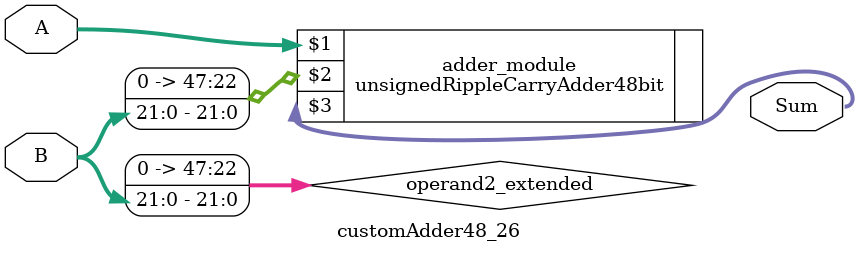
<source format=v>
module customAdder48_26(
                        input [47 : 0] A,
                        input [21 : 0] B,
                        
                        output [48 : 0] Sum
                );

        wire [47 : 0] operand2_extended;
        
        assign operand2_extended =  {26'b0, B};
        
        unsignedRippleCarryAdder48bit adder_module(
            A,
            operand2_extended,
            Sum
        );
        
        endmodule
        
</source>
